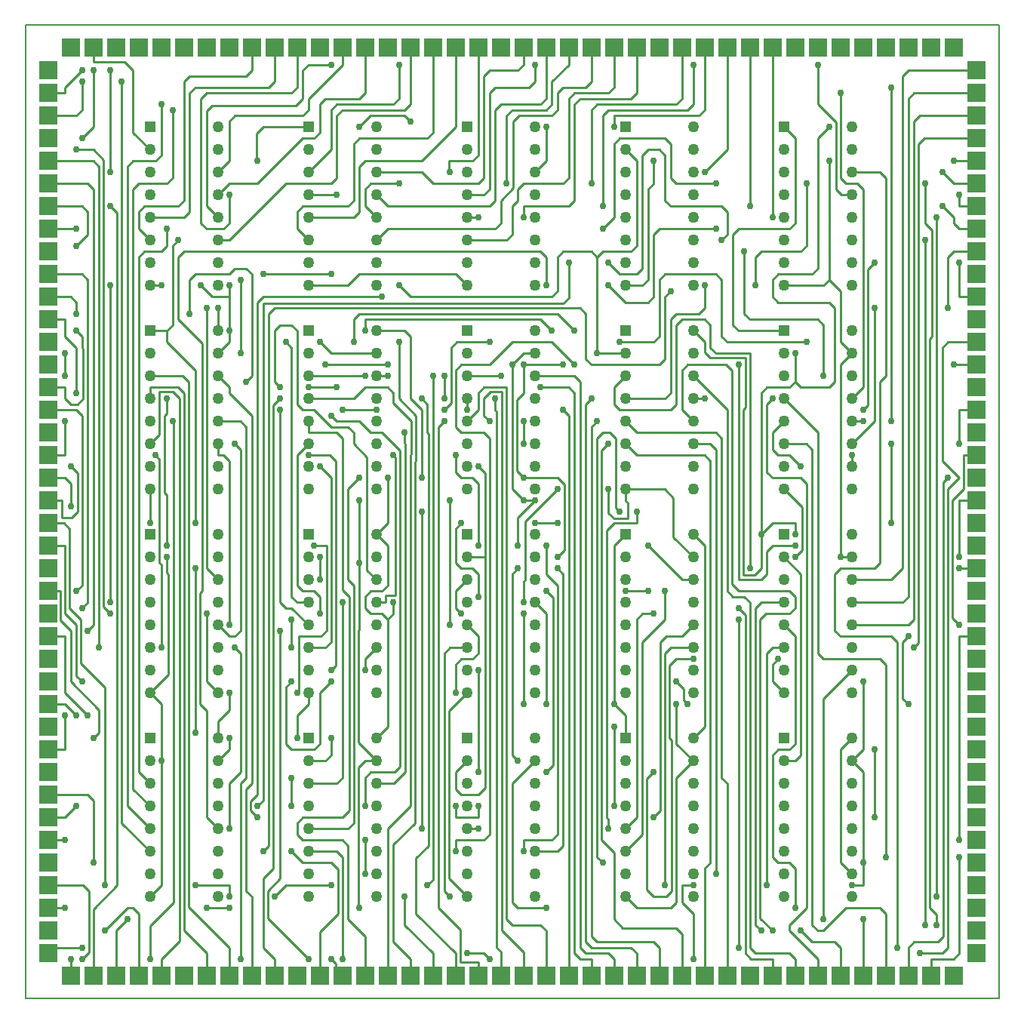
<source format=gbr>
G04 PROTEUS GERBER X2 FILE*
%TF.GenerationSoftware,Labcenter,Proteus,8.13-SP0-Build31525*%
%TF.CreationDate,2022-07-18T17:11:33+00:00*%
%TF.FileFunction,Copper,L2,Bot*%
%TF.FilePolarity,Positive*%
%TF.Part,Single*%
%TF.SameCoordinates,{576ea621-ad59-411c-95cb-525281b3a317}*%
%FSLAX45Y45*%
%MOMM*%
G01*
%TA.AperFunction,Conductor*%
%ADD10C,0.254000*%
%TA.AperFunction,ViaPad*%
%ADD11C,0.762000*%
%TA.AperFunction,ComponentPad*%
%ADD12R,2.032000X2.032000*%
%TA.AperFunction,ComponentPad*%
%ADD13R,1.270000X1.270000*%
%ADD14C,1.270000*%
%TA.AperFunction,Profile*%
%ADD15C,0.203200*%
%TD.AperFunction*%
D10*
X-4064000Y+2794000D02*
X-4191000Y+2921000D01*
X-4191000Y+3111500D01*
X-4127500Y+3175000D01*
X-3746500Y+3175000D01*
X-3683000Y+3238500D01*
X-3683000Y+4572000D01*
X-3619500Y+4635500D01*
X-2984500Y+4635500D01*
X-2921000Y+4699000D01*
X-2921000Y+4953000D01*
X-698500Y+3556000D02*
X-698500Y+3585868D01*
X-706732Y+3594100D01*
X-706732Y+3683000D01*
X-444500Y+3683000D01*
X-381000Y+3746500D01*
X-381000Y+4953000D01*
X-1968500Y+3302000D02*
X-2286000Y+3302000D01*
X-1270000Y+4762500D02*
X-1270000Y+4381500D01*
X-1333500Y+4318000D01*
X-1968500Y+4318000D01*
X-2032000Y+4254500D01*
X-2032000Y+3810000D01*
X-2286000Y+3556000D01*
X-2667000Y+4953000D02*
X-2667000Y+4572000D01*
X-2730500Y+4508500D01*
X-3556000Y+4508500D01*
X-3619500Y+4445000D01*
X-3619500Y+3111500D01*
X-3683000Y+3048000D01*
X-4064000Y+3048000D01*
X-3175000Y+3302000D02*
X-3175000Y+2984500D01*
X-3238500Y+2921000D01*
X-3429000Y+2921000D01*
X-3492500Y+2984500D01*
X-3492500Y+4381500D01*
X-3429000Y+4445000D01*
X-2476500Y+4445000D01*
X-2413000Y+4508500D01*
X-2413000Y+4953000D01*
X-4508500Y+3556000D02*
X-4508500Y+4699000D01*
X-3302000Y+3556001D02*
X-3302000Y+3556000D01*
X-3175000Y+3683001D01*
X-3175000Y+4127500D01*
X-3111500Y+4191000D01*
X-2349500Y+4191000D01*
X-2286000Y+4254500D01*
X-2286000Y+4381500D01*
X-1905000Y+4762500D01*
X-1905000Y+4953000D01*
X-3302000Y+3302000D02*
X-3175000Y+3429000D01*
X-2857500Y+3429000D01*
X-2349500Y+3937000D01*
X-2222500Y+3937000D01*
X-2159000Y+4000500D01*
X-2159000Y+4318000D01*
X-2095500Y+4381500D01*
X-1714500Y+4381500D01*
X-1651000Y+4445000D01*
X-1651000Y+4953000D01*
X-2032000Y+4762500D02*
X-2286000Y+4762500D01*
X-2349500Y+4699000D01*
X-2349500Y+4381500D01*
X-2424619Y+4306381D01*
X-3365500Y+4306381D01*
X-3429000Y+4242881D01*
X-3429000Y+3175000D01*
X-3302000Y+3048000D01*
X-3302000Y+2794000D02*
X-3175000Y+2794000D01*
X-2540000Y+3429000D01*
X-2032000Y+3429000D01*
X-1968500Y+3492500D01*
X-1968500Y+4191000D01*
X-1905000Y+4254500D01*
X-1206500Y+4254500D01*
X-1143000Y+4318000D01*
X-1143000Y+4953000D01*
X-889000Y+4953000D02*
X-889000Y+4000500D01*
X-952500Y+3937000D01*
X-1714500Y+3937000D01*
X-1778000Y+3873500D01*
X-1778000Y+3238500D01*
X-1841500Y+3175000D01*
X-2349500Y+3175000D01*
X-2413000Y+3111500D01*
X-2413000Y+2921000D01*
X-2286000Y+2794000D01*
X-635000Y+4953000D02*
X-635000Y+4064000D01*
X-1016000Y+3683000D01*
X-1651000Y+3683000D01*
X-1714500Y+3619500D01*
X-1714500Y+3111500D01*
X-1778000Y+3048000D01*
X-2286000Y+3048000D01*
X+5207000Y+4191000D02*
X+4572000Y+4191000D01*
X+4508500Y+4127500D01*
X+4508500Y-1460500D01*
X+4445000Y-1524000D01*
X+3810000Y-1524000D01*
X+4508500Y-1778000D02*
X+4559300Y-1727200D01*
X+4559300Y+3873500D01*
X+4622800Y+3937000D01*
X+5207000Y+3937000D01*
X+5207000Y+4445000D02*
X+4508500Y+4445000D01*
X+4445000Y+4381500D01*
X+4445000Y-1206500D01*
X+4381500Y-1270000D01*
X+3810000Y-1270000D01*
X+3175000Y-4699000D02*
X+3175000Y-4254500D01*
X+3111500Y-4191000D01*
X+2984500Y-4191000D01*
X+2921000Y-4127500D01*
X+2921000Y-2984500D01*
X+2984500Y-2921000D01*
X+3111500Y-2921000D01*
X+3175000Y-2857500D01*
X+3175000Y-1651000D01*
X+3048000Y-1524000D01*
X-3429000Y-4699000D02*
X-3175000Y-4699000D01*
X-5016500Y-4699000D02*
X-5016501Y-4699001D01*
X-5206999Y-4699001D01*
X-5207000Y-4699000D01*
X+2794000Y-4953000D02*
X+2730500Y-4889500D01*
X+2730500Y-1333500D01*
X+2794000Y-1270000D01*
X+3048000Y-1270000D01*
X+2540000Y-5143500D02*
X+2540000Y-1460500D01*
X-4826000Y-5143500D02*
X-5143500Y-5143500D01*
X-5207000Y-5207000D01*
X+5207000Y+4699000D02*
X+4445000Y+4699000D01*
X+4381500Y+4635500D01*
X+4381500Y-889000D01*
X+4254501Y-1015999D01*
X+3810000Y-1016000D01*
X+3810000Y-1015999D01*
X-1524000Y+3556001D02*
X-1524000Y+3556000D01*
X-1016000Y+3556001D01*
X-888999Y+3429000D01*
X-381000Y+3429000D01*
X-317500Y+3492500D01*
X-317500Y+4635500D01*
X-254000Y+4699000D01*
X+63500Y+4699000D01*
X+127000Y+4762500D01*
X+127000Y+4953000D01*
X+2667000Y+3175000D02*
X+2667000Y+4953000D01*
X+2921000Y+3048000D02*
X+2921000Y+4953000D01*
X+381000Y+4953000D02*
X+381000Y+4381500D01*
X+317500Y+4318000D01*
X-127000Y+4318000D01*
X-190500Y+4254500D01*
X-190500Y+3238500D01*
X-254000Y+3175000D01*
X-1397000Y+3175000D01*
X-1524000Y+3302000D01*
X-63500Y+3429000D02*
X-63500Y+4191000D01*
X+0Y+4254500D01*
X+381000Y+4254500D01*
X+444500Y+4318000D01*
X+444500Y+4572000D01*
X+635000Y+4762500D01*
X+635000Y+4953000D01*
X-1270000Y+3429000D02*
X-1587500Y+3429000D01*
X-1651000Y+3365500D01*
X-1651000Y+3175000D01*
X-1524000Y+3048000D01*
X-1524000Y+2794000D02*
X-1397000Y+2921000D01*
X-190500Y+2921000D01*
X-127000Y+2984500D01*
X-127000Y+3238500D01*
X+12700Y+3378200D01*
X+12700Y+4127500D01*
X+76200Y+4191000D01*
X+444500Y+4191000D01*
X+508000Y+4254500D01*
X+508000Y+4445000D01*
X+571500Y+4508500D01*
X+825500Y+4508500D01*
X+889000Y+4572000D01*
X+889000Y+4953000D01*
X+1143000Y+4953000D02*
X+1143000Y+4508500D01*
X+1079500Y+4445000D01*
X+698500Y+4445000D01*
X+635000Y+4381500D01*
X+635000Y+3492500D01*
X+571500Y+3429000D01*
X+127000Y+3429000D01*
X+63500Y+3365500D01*
X+63500Y+3238500D01*
X+0Y+3175000D01*
X+0Y+2857500D01*
X-63500Y+2794000D01*
X-508000Y+2794000D01*
X+127000Y+3048000D02*
X+127000Y+3175000D01*
X+635000Y+3175000D01*
X+698500Y+3238500D01*
X+698500Y+4318000D01*
X+762000Y+4381500D01*
X+1333500Y+4381500D01*
X+1397000Y+4445000D01*
X+1397000Y+4953000D01*
X-381000Y+3048000D02*
X-508000Y+3048000D01*
X+254000Y+4762500D02*
X+254000Y+4572000D01*
X+190500Y+4508500D01*
X-190500Y+4508500D01*
X-254000Y+4445000D01*
X-254000Y+3365500D01*
X-317500Y+3302000D01*
X-508000Y+3302000D01*
X+889000Y+3429000D02*
X+889000Y+4254500D01*
X+952500Y+4318000D01*
X+1841500Y+4318000D01*
X+1905000Y+4381500D01*
X+1905000Y+4953000D01*
X+1143000Y+4064000D02*
X+1143000Y+4191000D01*
X+2095500Y+4191000D01*
X+2159000Y+4254500D01*
X+2159000Y+4953000D01*
X+381000Y+4064000D02*
X+381000Y+3683001D01*
X+254000Y+3556000D01*
X+254000Y+3556001D01*
X+2159000Y+3556000D02*
X+2413000Y+3810000D01*
X+2413000Y+4953000D01*
X+4318000Y-5143500D02*
X+4318000Y-1714500D01*
X+4254500Y-1651000D01*
X+3683000Y-1651000D01*
X+3619500Y-1587500D01*
X+3619500Y-952500D01*
X+3683000Y-889000D01*
X+4064000Y-889000D01*
X+4127500Y-825500D01*
X+4127500Y+1206500D01*
X+4191000Y+1270000D01*
X+4191000Y+3492500D01*
X+4127499Y+3556001D01*
X+3810000Y+3556000D01*
X+3810000Y+3556001D01*
X-4953000Y-5270500D02*
X-4953000Y-5461000D01*
X-3048000Y-5270500D02*
X-3048000Y-3302000D01*
X-2984500Y-3238500D01*
X-2984500Y+698500D01*
X-3048000Y+762000D01*
X-3302000Y+762000D01*
X-2476500Y-4064000D02*
X-2349500Y-4191000D01*
X-2032000Y-4191000D01*
X-1955800Y-4267200D01*
X-1955800Y-4762500D01*
X-2159000Y-4965700D01*
X-2159000Y-5461000D01*
X-3111500Y-1778000D02*
X-3048000Y-1841500D01*
X-3048000Y-3175000D01*
X-3175000Y-3302000D01*
X-3175000Y-3810000D01*
X-2476500Y-1460500D02*
X-2476500Y-1778000D01*
X-3175000Y-1524000D02*
X-3175000Y+317500D01*
X-3238500Y+381000D01*
X-3302000Y+381000D01*
X-3302000Y+508000D01*
X-2159000Y-1397000D02*
X-2159000Y-1206500D01*
X-2222500Y-1143000D01*
X-2349500Y-1143000D01*
X-2413000Y-1079500D01*
X-2413000Y+381000D01*
X-2286000Y+508000D01*
X-2286000Y-5270500D02*
X-2743200Y-4813300D01*
X-2743200Y-4508500D01*
X-2603500Y-4368800D01*
X-2603500Y-1587500D01*
X-2032000Y-5270500D02*
X-1981200Y-5321300D01*
X-1981200Y-5384800D01*
X-1905000Y-5461000D01*
X-1651000Y-5461000D02*
X-1651000Y-5016500D01*
X-1841500Y-4826000D01*
X-1841500Y-4000500D01*
X-1905000Y-3937000D01*
X-2349500Y-3937000D01*
X-2413000Y-3873500D01*
X-2413000Y-3746500D01*
X-2349500Y-3683000D01*
X-1905000Y-3683000D01*
X-1828800Y-3606800D01*
X-1828800Y-1206500D01*
X-1905000Y-1130300D01*
X-1905000Y+571500D01*
X-1968500Y+635000D01*
X-2286000Y+635000D01*
X-2286000Y+762000D01*
X-1397000Y-5461000D02*
X-1397000Y-3810000D01*
X-1143000Y-3556000D01*
X-1143000Y+381000D01*
X-1130300Y+393700D01*
X-1130300Y+762000D01*
X-1333500Y+965200D01*
X-1333500Y+1079500D01*
X-1397000Y+1143000D01*
X-1651000Y+1143000D01*
X-1778000Y+1016000D01*
X-2286000Y+1016000D01*
X-1270000Y+1651000D02*
X-1270000Y+1016000D01*
X-1079500Y+825500D01*
X-1079500Y+317500D01*
X-1092200Y+304800D01*
X-1092200Y-3746500D01*
X-1333500Y-3987800D01*
X-1333500Y-5080000D01*
X-1143000Y-5270500D01*
X-1143000Y-5461000D01*
X-1651000Y+1270000D02*
X-2286000Y+1270000D01*
X-4508500Y+3175000D02*
X-4432300Y+3098800D01*
X-4432300Y-4445000D01*
X-4699000Y-4711700D01*
X-4699000Y-5461000D01*
X+2032000Y+4762500D02*
X+2032000Y+4318000D01*
X+1968500Y+4254500D01*
X+1079500Y+4254500D01*
X+1016000Y+4191000D01*
X+1016000Y+3175000D01*
X+3429000Y+4762500D02*
X+3429000Y+4318000D01*
X+3632200Y+4114800D01*
X+3632200Y+3365500D01*
X+3695700Y+3302000D01*
X+3810000Y+3302000D01*
X+4762500Y-4572000D02*
X+4762500Y+3048000D01*
X-4318000Y-4826000D02*
X-4445000Y-4953000D01*
X-4445000Y-5461000D01*
X+4635500Y-4889500D02*
X+4635500Y+2794000D01*
X-4572000Y-4953000D02*
X-4318000Y-4699000D01*
X-4254500Y-4699000D01*
X-4191000Y-4762500D01*
X-4191000Y-5461000D01*
X-3937000Y-5461000D02*
X-3937000Y-5270500D01*
X-3733800Y-5067300D01*
X-3733800Y+1016000D01*
X-3810000Y+1092200D01*
X-3956050Y+1092200D01*
X-3956050Y+615950D01*
X-4064000Y+508000D01*
X-3810000Y+762000D02*
X-3797300Y+749300D01*
X-3797300Y-4635500D01*
X-4064000Y-4902200D01*
X-4064000Y-5270500D01*
X-3429000Y-5461000D02*
X-3429000Y-5207000D01*
X-3683000Y-4953000D01*
X-3683000Y+1079500D01*
X-3746500Y+1143000D01*
X-4064000Y+1143000D01*
X-4064000Y+1016000D01*
X-3175000Y-5461000D02*
X-3175000Y-5143500D01*
X-3632200Y-4686300D01*
X-3632200Y+1206500D01*
X-3695700Y+1270000D01*
X-4064000Y+1270000D01*
X-2921000Y-5461000D02*
X-2921000Y-4572000D01*
X-2984500Y-4508500D01*
X-2984500Y-3365500D01*
X-2921000Y-3302000D01*
X-2921000Y+825500D01*
X-3175000Y+1079500D01*
X-3175000Y+1143001D01*
X-3302000Y+1270000D01*
X-3302000Y+1270001D01*
X-2603500Y+1016000D02*
X-2679700Y+939800D01*
X-2679700Y-4254500D01*
X-2794000Y-4368800D01*
X-2794000Y-5143500D01*
X-2667000Y-5270500D01*
X-2667000Y-5461000D01*
X-1206500Y-4572000D02*
X-1206500Y-4889500D01*
X-889000Y-5207000D01*
X-889000Y-5461000D01*
X-889000Y+1270000D02*
X-889000Y-4381500D01*
X-952500Y-4445000D01*
X-1397000Y+1270000D02*
X-1524000Y+1270000D01*
X-1523999Y+1270000D01*
X-1524000Y+1270001D01*
X-1016000Y+1016000D02*
X-952500Y+952500D01*
X-952500Y+635000D01*
X-939800Y+622300D01*
X-939800Y-4000500D01*
X-1079500Y-4140200D01*
X-1079500Y-4762500D01*
X-635000Y-5207000D01*
X-635000Y-5461000D01*
X-762000Y+762000D02*
X-825500Y+698500D01*
X-825500Y-4699000D01*
X-584200Y-4940300D01*
X-584200Y-5302250D01*
X-381000Y-5302250D01*
X-381000Y-5461000D01*
X-190500Y+1016000D02*
X-190500Y+889000D01*
X-171450Y+869950D01*
X-171450Y-5143894D01*
X-127000Y-5188344D01*
X-127000Y-5461000D01*
X+127000Y+762000D02*
X+127000Y+508000D01*
X-254000Y+762000D02*
X-317500Y+825500D01*
X-317500Y+1016000D01*
X-241300Y+1092200D01*
X-114300Y+1092200D01*
X-114300Y-4953000D01*
X+127000Y-5194300D01*
X+127000Y-5461000D01*
X+381000Y-5461000D02*
X+381000Y-4953000D01*
X+317500Y-4889500D01*
X+0Y-4889500D01*
X-63500Y-4826000D01*
X-63500Y+1143000D01*
X-317500Y+1143000D01*
X-381000Y+1079500D01*
X-381000Y+889000D01*
X-508000Y+762000D01*
X+571500Y+889000D02*
X+635000Y+825500D01*
X+635000Y-5461000D01*
X-508000Y+889000D02*
X-508000Y+1016000D01*
X+317500Y+1143000D02*
X+635000Y+1143000D01*
X+698500Y+1079500D01*
X+698500Y-5207000D01*
X+762000Y-5270500D01*
X+889000Y-5270500D01*
X+889000Y-5461000D01*
X-127000Y+1270000D02*
X-508000Y+1270000D01*
X+1143000Y-5461000D02*
X+1143000Y-5270500D01*
X+1079500Y-5207000D01*
X+825500Y-5207000D01*
X+762000Y-5143500D01*
X+762000Y+1206500D01*
X+698499Y+1270001D01*
X+254000Y+1270000D01*
X+254000Y+1270001D01*
X+2921000Y-4953000D02*
X+2781300Y-4813300D01*
X+2781300Y-1460500D01*
X+2844800Y-1397000D01*
X+3111500Y-1397000D01*
X+3175000Y-1333500D01*
X+3175000Y-1206500D01*
X+3111500Y-1143000D01*
X+2540000Y-1143000D01*
X+2463800Y-1066800D01*
X+2463800Y+1333500D01*
X+2400300Y+1397000D01*
X+1968500Y+1397000D01*
X+1905000Y+1333500D01*
X+1905000Y+889000D01*
X+2032000Y+762000D01*
X+3238500Y-4953000D02*
X+3365500Y-5080000D01*
X+3619500Y-5080000D01*
X+3683000Y-5143500D01*
X+3683000Y-5461000D01*
X+2286000Y-4318000D02*
X+2286000Y+444500D01*
X+2222500Y+508000D01*
X+2032000Y+508000D01*
X+3937000Y-4826000D02*
X+3937000Y-5461000D01*
X+3048000Y+508000D02*
X+3302000Y+508000D01*
X+3365500Y+444500D01*
X+3365500Y-4889500D01*
X+3429000Y-4953000D01*
X+3492500Y-4953000D01*
X+3746500Y-4699000D01*
X+4127500Y-4699000D01*
X+4191000Y-4762500D01*
X+4191000Y-5461000D01*
X+4889500Y+127000D02*
X+4838700Y+76200D01*
X+4838700Y-5016500D01*
X+4775200Y-5080000D01*
X+4508500Y-5080000D01*
X+4445000Y-5143500D01*
X+4445000Y-5461000D01*
X+3238500Y+254000D02*
X+3111500Y+381000D01*
X+2984500Y+381000D01*
X+2921000Y+444500D01*
X+2921000Y+635000D01*
X+3048000Y+762000D01*
X+5016500Y-4127500D02*
X+5016500Y-5207000D01*
X+4953000Y-5270500D01*
X+4699000Y-5270500D01*
X+4699000Y-5461000D01*
X+4191000Y-4127500D02*
X+4191000Y-1968500D01*
X+4127500Y-1905000D01*
X+3492500Y-1905000D01*
X+3429000Y-1841500D01*
X+3429000Y+635000D01*
X+3048000Y+1016000D01*
X+889000Y+1016000D02*
X+825500Y+952500D01*
X+825500Y-5080000D01*
X+889000Y-5143500D01*
X+1333500Y-5143500D01*
X+1397000Y-5207000D01*
X+1397000Y-5461000D01*
X+952500Y+762000D02*
X+889000Y+698500D01*
X+889000Y-5016500D01*
X+952500Y-5080000D01*
X+1587500Y-5080000D01*
X+1651000Y-5143500D01*
X+1651000Y-5461000D01*
X+1079500Y+508000D02*
X+1003300Y+431800D01*
X+1003300Y-3937000D01*
X+1143000Y-4076700D01*
X+1143000Y-4826000D01*
X+1241058Y-4924058D01*
X+1841500Y-4924058D01*
X+1905000Y-4987558D01*
X+1905000Y-5461000D01*
X+2159000Y-5461000D02*
X+2159000Y-4254500D01*
X+2222500Y-4191000D01*
X+2222500Y+317500D01*
X+2159000Y+381000D01*
X+1397000Y+381000D01*
X+1270000Y+508000D01*
X+1270000Y+762000D02*
X+1397000Y+635000D01*
X+2286000Y+635000D01*
X+2349500Y+571500D01*
X+2349500Y-3238500D01*
X+2413000Y-3302000D01*
X+2413000Y-5461000D01*
X+4635500Y+3429000D02*
X+4635500Y+2984500D01*
X+4711700Y+2908300D01*
X+4711700Y+1714500D01*
X+4686300Y+1689100D01*
X+4686300Y-4699000D01*
X+4762500Y-4775200D01*
X+4762500Y-4889500D01*
X+2730500Y+2286000D02*
X+2730500Y+2603500D01*
X+2794000Y+2667000D01*
X+3238500Y+2667000D01*
X+3302000Y+2730500D01*
X+3302000Y+3429000D01*
X+2159000Y+2286000D02*
X+2159000Y+2032000D01*
X+2095500Y+1968500D01*
X+1841500Y+1968500D01*
X+1778000Y+1905000D01*
X+1778000Y+1079500D01*
X+1714500Y+1016000D01*
X+1270000Y+1016000D01*
X+2667000Y-889000D02*
X+2667000Y+1524000D01*
X+2286000Y+1524000D01*
X+2222500Y+1587500D01*
X+2222500Y+1841500D01*
X+2159000Y+1905000D01*
X+1905000Y+1905000D01*
X+1841500Y+1841500D01*
X+1841500Y+952500D01*
X+1778000Y+889000D01*
X+1206500Y+889000D01*
X+1143000Y+952500D01*
X+1143000Y+1143000D01*
X+1270000Y+1270000D01*
X+2540000Y-1333500D02*
X+2616200Y-1409700D01*
X+2616200Y-5207000D01*
X+2679700Y-5270500D01*
X+2921000Y-5270500D01*
X+2921000Y-5461000D01*
X+2032000Y+1270001D02*
X+2032000Y+1270000D01*
X+2413000Y+889001D01*
X+2413000Y-1143000D01*
X+2476500Y-1206500D01*
X+2603500Y-1206500D01*
X+2667000Y-1270000D01*
X+2667000Y-5143500D01*
X+2730500Y-5207000D01*
X+3111500Y-5207000D01*
X+3175000Y-5270500D01*
X+3175000Y-5461000D01*
X+2921000Y+1016000D02*
X+2857500Y+952500D01*
X+2857500Y+190500D01*
X+2921000Y+127000D01*
X+3238500Y+127000D01*
X+3302000Y+63500D01*
X+3302000Y-4699000D01*
X+3111500Y-4889500D01*
X+3111500Y-4953000D01*
X+3429000Y-5270500D01*
X+3429000Y-5461000D01*
X+2159000Y+1016000D02*
X+2032000Y+1016000D01*
X+1524000Y-635000D02*
X+1904999Y-1015999D01*
X+2032000Y-1016000D01*
X+2032000Y-1015999D01*
X+127000Y-4064000D02*
X+127000Y-3937000D01*
X+444500Y-3937000D01*
X+508000Y-3873500D01*
X+508000Y-1079500D01*
X+381000Y-952500D01*
X+381000Y-635000D01*
X-1651000Y-4318000D02*
X-1651000Y-3937000D01*
X-4699000Y-4191000D02*
X-4699000Y-3492500D01*
X-4762500Y-3429000D01*
X-5207000Y-3429000D01*
X+63500Y-889000D02*
X+0Y-952500D01*
X+0Y-2984500D01*
X+63500Y-3048000D01*
X-4826000Y-5270500D02*
X-4749800Y-5194300D01*
X-4749800Y-4508500D01*
X-4813300Y-4445000D01*
X-5207000Y-4445000D01*
X-254000Y-5270500D02*
X-317500Y-5207000D01*
X-508000Y-5207000D01*
X+2032000Y-4445000D02*
X+1905000Y-4445000D01*
X+1905000Y-4635500D01*
X+2032000Y-4762500D01*
X+2032000Y-5270500D01*
X+2857500Y-4445000D02*
X+2857500Y-1841500D01*
X+2921000Y-1778000D01*
X+3048000Y-1778000D01*
X+1714500Y-4445000D02*
X+1714500Y-1841500D01*
X+1778000Y-1778000D01*
X+2032000Y-1778000D01*
X+1587500Y-3683000D02*
X+1663700Y-3606800D01*
X+1663700Y-1714500D01*
X+1727200Y-1651000D01*
X+1905000Y-1651000D01*
X+2032000Y-1524000D01*
X-5016500Y-3937000D02*
X-5016501Y-3937001D01*
X-5206999Y-3937001D01*
X-5207000Y-3937000D01*
X-381000Y-3175000D02*
X-381000Y-2032000D01*
X-4889500Y-3556000D02*
X-5016500Y-3683000D01*
X-5207000Y-3683000D01*
X+127000Y-2413000D02*
X+127000Y-1397000D01*
X-5016500Y-2540000D02*
X-5016500Y-2921000D01*
X-5207000Y-2921000D01*
X-3492500Y+2286000D02*
X-3365500Y+2159000D01*
X-3175000Y+2159000D01*
X-3175000Y+1778000D02*
X-3175000Y+2159000D01*
X+1270000Y-4572000D02*
X+1397000Y-4699000D01*
X+1778000Y-4699000D01*
X+1841500Y-4635500D01*
X+1841500Y-3238499D01*
X+2032000Y-3048000D01*
X+1270000Y+0D02*
X+1714500Y+0D01*
X+1807844Y-93344D01*
X+1807844Y-537843D01*
X+2032000Y-762000D01*
X+2032000Y-761999D01*
X+1270000Y+2286000D02*
X+1460500Y+2286000D01*
X+1524000Y+2349500D01*
X+1524000Y+3365500D01*
X+1587500Y+3429000D01*
X+1587500Y+3683000D01*
X-1524000Y-3048000D02*
X-1727200Y-2844799D01*
X-1727200Y-1587500D01*
X-1714500Y-1574800D01*
X-1714500Y-952500D01*
X+381000Y-4699000D02*
X+63500Y-4699000D01*
X+0Y-4635500D01*
X+0Y-3301999D01*
X+254000Y-3048000D01*
X+254000Y-3047999D01*
X+3683000Y-762000D02*
X+3683001Y-761999D01*
X+3810000Y-762000D01*
X+3810000Y-761999D01*
X+0Y+1397000D02*
X+0Y+0D01*
X+127000Y-127000D01*
X-4064000Y-4572000D02*
X-3937000Y-4445000D01*
X-3937000Y-3048000D01*
X-4064000Y-2286000D02*
X-3855244Y-2077244D01*
X-3855244Y-952500D01*
X-3873500Y-934244D01*
X-3873500Y-762000D01*
X+3810000Y+1524000D02*
X+3683000Y+1651001D01*
X+3683000Y+2222500D01*
X+3556000Y+2349500D01*
X-1524000Y+1524001D02*
X-1524000Y+1524000D01*
X-2032001Y+1524001D01*
X-2159000Y+1651000D01*
X-3175000Y+1778000D02*
X-3175000Y+1651001D01*
X-3302000Y+1524000D01*
X-3302000Y+1524001D01*
X-1714500Y-127000D02*
X-1714500Y-825500D01*
X+0Y+1397000D02*
X+127001Y+1524001D01*
X+254000Y+1524000D01*
X+254000Y+1524001D01*
X+3810000Y-3048000D02*
X+3937000Y-2920999D01*
X+3937000Y-2159000D01*
X+2984500Y-1905000D02*
X+2921000Y-1968500D01*
X+2921000Y-2159000D01*
X+3048000Y-2286000D01*
X-508000Y-4572000D02*
X-711200Y-4368800D01*
X-711200Y-2489200D01*
X-508000Y-2286000D01*
X-2286000Y+2286000D02*
X-1841500Y+2286000D01*
X-1714500Y+2413000D01*
X-635000Y+2413000D01*
X-508000Y+2286000D01*
X-1524000Y-3047999D02*
X-1524000Y-3048000D01*
X-1651000Y-3047999D01*
X-1727200Y-3124199D01*
X-1727200Y-4686300D01*
X-1714500Y-4699000D01*
X+3556000Y+3683000D02*
X+3556000Y+2349500D01*
X+3175000Y-762000D02*
X+3251200Y-685800D01*
X+3251200Y-203200D01*
X+3048000Y+0D01*
X+3683000Y-698500D02*
X+3683000Y-762000D01*
X+3810000Y+1524001D02*
X+3810000Y+1524000D01*
X+3683000Y+1397001D01*
X+3683000Y-698500D01*
X+3810000Y-3047999D02*
X+3810000Y-3048000D01*
X+3937000Y-3174999D01*
X+3937000Y-4064000D01*
X-2413000Y-2794000D02*
X-2413000Y-2540000D01*
X-2286000Y-2413000D01*
X-2286000Y-2286000D01*
X-3302000Y-3047999D02*
X-3302000Y-3048000D01*
X-3175000Y-2920999D01*
X-3175000Y-2794000D01*
X-4064000Y-2286000D02*
X-3937000Y-2413000D01*
X-3937000Y-3048000D01*
X-3175000Y+2286000D02*
X-3175000Y+2159000D01*
X-3937000Y+2286000D02*
X-4064000Y+2286000D01*
X+3556000Y+2349500D02*
X+3492500Y+2286000D01*
X+3048000Y+2286000D01*
X+1270000Y+0D02*
X+1270000Y-127000D01*
X+1301750Y-158750D01*
X+1301750Y-330200D01*
X+1143000Y-330200D01*
X+1079500Y-266700D01*
X+1079500Y+0D01*
X-1714500Y-952500D02*
X-1714500Y-825500D01*
X+127000Y-127000D02*
X+254000Y-127000D01*
X+2032000Y-3047999D02*
X+2032000Y-3048000D01*
X+1841500Y-2857499D01*
X+1841500Y-2413000D01*
X-4064000Y-381000D02*
X-4064000Y+0D01*
X+3937000Y-4191000D02*
X+3937000Y-4064000D01*
X+254000Y-127000D02*
X+63500Y-317500D01*
X+63500Y-635000D01*
X+3810000Y-4445000D02*
X+3937000Y-4445000D01*
X+3937000Y-4191000D01*
X-4889500Y-2540000D02*
X-5016500Y-2413000D01*
X-5207000Y-2413000D01*
X+1968500Y-2413000D02*
X+1924050Y-2368550D01*
X+1924050Y-2241550D01*
X+1841500Y-2159000D01*
X-508000Y-3048000D02*
X-635000Y-3175000D01*
X-635000Y-3365500D01*
X-571500Y-3429000D01*
X-381000Y-3429000D01*
X-304800Y-3352800D01*
X-304800Y-762000D01*
X-381000Y+254000D02*
X-304800Y+177800D01*
X-304800Y-762000D01*
X-4064000Y+3810000D02*
X-4254500Y+4000500D01*
X-4254500Y+4699000D01*
X-4349750Y+4794250D01*
X-4699000Y+4794250D01*
X-4699000Y+4953000D01*
X-304800Y-762000D02*
X-508000Y-762000D01*
X+1270000Y+3810000D02*
X+1397000Y+3683000D01*
X+1397000Y+2730500D01*
X+1333500Y+2667000D01*
X+1016000Y+2667000D01*
X+952500Y+2603500D01*
X+3048000Y-762000D02*
X+3238500Y-952500D01*
X+3238500Y-2984500D01*
X+3175000Y-3048000D01*
X+3048000Y-3048000D01*
X+127000Y+1397000D02*
X+127000Y+1079500D01*
X+50800Y+1003300D01*
X+50800Y+203200D01*
X+127000Y+127000D01*
X+127000Y+1397000D02*
X+571500Y+1397000D01*
X+1270000Y+1524000D02*
X+952500Y+1524000D01*
X-3873500Y-635000D02*
X-3873500Y-63500D01*
X-3895725Y-41275D01*
X-3895725Y+825500D01*
X-3873500Y+847725D01*
X-3873500Y+1016000D01*
X+952500Y+2603500D02*
X+952500Y+1524000D01*
X+952500Y+2603500D02*
X+889000Y+2667000D01*
X+571500Y+2667000D01*
X+508000Y+2603500D01*
X+508000Y+2222500D01*
X+444500Y+2159000D01*
X-1143000Y+2159000D01*
X-1270000Y+2286000D01*
X-2794000Y+2413000D02*
X-2032000Y+2413000D01*
X-3048000Y+1524000D02*
X-3048000Y+2349500D01*
X+127000Y+127000D02*
X+508000Y+127000D01*
X+584200Y+50800D01*
X+584200Y-685800D01*
X+508000Y-762000D01*
X-2286000Y-3048000D02*
X-2095500Y-3048000D01*
X-2032000Y-2984500D01*
X-2032000Y-2794000D01*
X-4826000Y+3937000D02*
X-4699000Y+4064000D01*
X-4699000Y+4699000D01*
X+1270000Y-2794000D02*
X+1270000Y-2540000D01*
X+1143000Y-2413000D01*
X-3556000Y-381000D02*
X-3556000Y+1333500D01*
X-3873500Y+1651000D01*
X-3873500Y+1778000D01*
X+1270000Y-508000D02*
X+1143000Y-635000D01*
X+1143000Y-2286000D01*
X+3048000Y+1778000D02*
X+2540000Y+1778000D01*
X+2476500Y+1841500D01*
X+2476500Y+2857500D01*
X+2540000Y+2921000D01*
X+3111500Y+2921000D01*
X+3175000Y+2984500D01*
X+3175000Y+3937000D01*
X+3048000Y+4064000D01*
X-1714500Y+4064000D02*
X-1587500Y+4191000D01*
X-1206500Y+4191000D01*
X-1143000Y+4127500D01*
X+1143000Y-2286000D02*
X+1143000Y-2413000D01*
X-4064000Y+1778000D02*
X-3873500Y+1778000D01*
X-3810000Y+1841500D01*
X-3810000Y+2730500D01*
X-3746500Y+2794000D01*
X-2286000Y+4064000D02*
X-2794000Y+4064000D01*
X-2863145Y+3994855D01*
X-2863145Y+3688645D01*
X-2857500Y+3683000D01*
X-3429000Y-1397000D02*
X-3429000Y-2159000D01*
X-3302000Y-2286000D01*
X-2159000Y-762000D02*
X-2159000Y-1016000D01*
X-635000Y+381000D02*
X-635000Y+190500D01*
X-571500Y+127000D01*
X-444500Y+127000D01*
X-381000Y+63500D01*
X-381000Y-635000D01*
X+3810000Y+381000D02*
X+3810000Y+254000D01*
X+3492500Y-4826000D02*
X+3492500Y-2349500D01*
X+3810000Y-2032000D01*
X+3937000Y+889000D02*
X+3987800Y+939800D01*
X+3987800Y+2463800D01*
X+4064000Y+2540000D01*
X-762000Y+889000D02*
X-685800Y+965200D01*
X-685800Y+1587500D01*
X-622300Y+1651000D01*
X-254000Y+1651000D01*
X-1905000Y+889000D02*
X-1524000Y+889000D01*
X-1968500Y+1143000D02*
X-2286000Y+1143000D01*
X-4889500Y-1143000D02*
X-4826000Y-1079500D01*
X-4826000Y+825500D01*
X-4889500Y+889000D01*
X-5207000Y+889000D01*
X-2603500Y+1143000D02*
X-2667000Y+1206500D01*
X-2667000Y+1778000D01*
X-2603500Y+1841500D01*
X-2476500Y+1841500D01*
X-2413000Y+1778000D01*
X-2413000Y+952500D01*
X-2349500Y+889000D01*
X-2222500Y+889000D01*
X-2032000Y+698500D01*
X-1841500Y+698500D01*
X-1778000Y+635000D01*
X-1778000Y+508000D01*
X-1631950Y+361950D01*
X-1631950Y-908049D01*
X-1524000Y-1016000D01*
X-1524000Y-1015999D01*
X-1333500Y+381000D02*
X-1312333Y+359833D01*
X-1312333Y-1193800D01*
X-1416050Y-1193800D01*
X-1416050Y-1270000D01*
X-1524000Y-1270000D01*
X-762000Y+1270000D02*
X-762000Y+1016000D01*
X-2095500Y+1397000D02*
X-1397000Y+1397000D01*
X-5016500Y+1270000D02*
X-5016500Y+1524000D01*
X-5016500Y+762000D02*
X-5016500Y+381000D01*
X-5207000Y+381000D01*
X-1206500Y+635000D02*
X-1206500Y+516467D01*
X-1198033Y+508000D01*
X-1198033Y-3175000D01*
X-1325032Y-3301999D01*
X-1524000Y-3302000D01*
X-1524000Y-3301999D01*
X-1905000Y-1270000D02*
X-1905000Y-3238500D01*
X-1968500Y-3302000D01*
X-2286000Y-3302000D01*
X+508000Y-381000D02*
X+254000Y-381000D01*
X+4254500Y+508000D02*
X+4254500Y-381000D01*
X+5016500Y+508000D02*
X+5016500Y+889000D01*
X+5207000Y+889000D01*
X-2032000Y+825500D02*
X-1968500Y+762000D01*
X-1714500Y+762000D01*
X-1587500Y+635000D01*
X-1460500Y+635000D01*
X-1257300Y+431800D01*
X-1257300Y-3111500D01*
X-1320800Y-3175000D01*
X-1587500Y-3175000D01*
X-1651000Y-3238500D01*
X-1651000Y-3556000D01*
X+444500Y+1778000D02*
X+317500Y+1905000D01*
X-1651000Y+1905000D01*
X-1651000Y+1778000D01*
X-698500Y-127000D02*
X-698500Y-1524000D01*
X-4953000Y-190500D02*
X-4953000Y+63500D01*
X-5016500Y+127000D01*
X-5207000Y+127000D01*
X-4953000Y+254000D02*
X-4876800Y+177800D01*
X-4876800Y-254000D01*
X-4940300Y-317500D01*
X-5048250Y-317500D01*
X-5048250Y-127000D01*
X-5207000Y-127000D01*
X-2032000Y-2032000D02*
X-1981200Y-1981200D01*
X-1981200Y+317500D01*
X-2044700Y+381000D01*
X-2286000Y+381000D01*
X-1651000Y-2032000D02*
X-1651000Y-1905000D01*
X-1524000Y-1778000D01*
X-4572000Y-4445000D02*
X-4572000Y-2222500D01*
X-4838700Y-1955800D01*
X-4838700Y-1460500D01*
X-4965700Y-1333500D01*
X-4965700Y-444500D01*
X-5029200Y-381000D01*
X-5207000Y-381000D01*
X-3175000Y-4572000D02*
X-3175000Y-4445000D01*
X-3556000Y-4445000D01*
X-2032000Y-4445000D02*
X-2540000Y-4445000D01*
X-2667000Y-4572000D01*
X-698500Y-4572000D02*
X-762000Y-4508500D01*
X-762000Y-1841500D01*
X-698500Y-1778000D01*
X-508000Y-1778000D01*
X-4826000Y-2159000D02*
X-4889500Y-2095500D01*
X-4889500Y-1524000D01*
X-5016500Y-1397000D01*
X-5016500Y-635000D01*
X-5207000Y-635000D01*
X-2032000Y-2159000D02*
X-2159000Y-2286000D01*
X-2159000Y-2857500D01*
X-2222500Y-2921000D01*
X-2476500Y-2921000D01*
X-2540000Y-2857500D01*
X-2540000Y-2222500D01*
X-2476500Y-2159000D01*
X-635000Y-2286000D02*
X-635000Y-1968500D01*
X-571500Y-1905000D01*
X-444500Y-1905000D01*
X-381000Y-1841500D01*
X-381000Y-1651000D01*
X-508000Y-1524000D01*
X+508000Y+0D02*
X+146050Y-361950D01*
X+146050Y-1016000D01*
X+127000Y-1035050D01*
X+127000Y-1270000D01*
X-4699000Y-2794000D02*
X-4635500Y-2730500D01*
X-4635500Y-2476500D01*
X-4953000Y-2159000D01*
X-4953000Y-1587500D01*
X-5067300Y-1473200D01*
X-5067300Y-1143000D01*
X-5207000Y-1143000D01*
X-3556000Y-889000D02*
X-3556000Y-2730500D01*
X-571500Y-1397000D02*
X-635000Y-1333500D01*
X-635000Y-1143000D01*
X-508000Y-1016000D01*
X-571500Y-381000D02*
X-635000Y-444500D01*
X-635000Y-825500D01*
X-571500Y-889000D01*
X-444500Y-889000D01*
X-381000Y-952500D01*
X-381000Y-1206500D01*
X+381000Y-2413000D02*
X+381000Y-1397000D01*
X+254000Y-1270000D01*
X-4762500Y-2540000D02*
X-5016500Y-2286000D01*
X-5016500Y-1651000D01*
X-5207000Y-1651000D01*
X-1714500Y+127000D02*
X-1841500Y+0D01*
X-1841500Y-1016000D01*
X-1778000Y-1079500D01*
X-1778000Y-3746500D01*
X-1841500Y-3810000D01*
X-2286000Y-3810000D01*
X+698500Y+1778000D02*
X+508000Y+1968500D01*
X-1714500Y+1968500D01*
X-1778000Y+1905000D01*
X-1778000Y+1651000D01*
X+3302000Y+1651000D02*
X+2413000Y+1651000D01*
X+2349500Y+1714500D01*
X+2349500Y+2349500D01*
X+2286000Y+2413000D01*
X+1714500Y+2413000D01*
X+1651000Y+2349500D01*
X+1651000Y+1714500D01*
X+1587500Y+1651000D01*
X+1206500Y+1651000D01*
X+4953000Y+1397000D02*
X+5207000Y+1397000D01*
X+4572000Y-5207000D02*
X+4826000Y-5207000D01*
X+4889500Y-5143500D01*
X+4889500Y+0D01*
X+5016500Y+127000D01*
X+4826000Y+317500D01*
X+4826000Y+1587500D01*
X+4889500Y+1651000D01*
X+5207000Y+1651000D01*
X-1905000Y-5270500D02*
X-1905000Y-4127500D01*
X-1968500Y-4064000D01*
X-2286000Y-4064000D01*
X+1778000Y+2222500D02*
X+1714500Y+2159000D01*
X+1714500Y+1460500D01*
X+1651000Y+1397000D01*
X+889000Y+1397000D01*
X+825500Y+1460500D01*
X+825500Y+1968500D01*
X+762000Y+2032000D01*
X-2667000Y+2032000D01*
X-2730500Y+1968500D01*
X-2730500Y-4000500D01*
X-2794000Y-4064000D01*
X+5016500Y+2540000D02*
X+5016500Y+2159000D01*
X+5207000Y+2159000D01*
X+1079500Y+2286000D02*
X+1270000Y+2095500D01*
X+1524000Y+2095500D01*
X+1587500Y+2159000D01*
X+1587500Y+2857500D01*
X+1651000Y+2921000D01*
X+2286000Y+2921000D01*
X+381000Y+2286000D02*
X+381000Y+2603500D01*
X+317500Y+2667000D01*
X-3683000Y+2667000D01*
X-3746500Y+2603500D01*
X-3746500Y+1905000D01*
X-3479800Y+1638300D01*
X-3479800Y-1143000D01*
X-3505200Y-1168400D01*
X-3505200Y-2413000D01*
X-3429000Y-2489200D01*
X-3429000Y-3683000D01*
X-3302000Y-3810000D01*
X-4826000Y-1333500D02*
X-4762500Y-1270000D01*
X-4762500Y+2349500D01*
X-4826000Y+2413000D01*
X-5207000Y+2413000D01*
X-4889500Y+1968500D02*
X-4889500Y+2095500D01*
X-4953000Y+2159000D01*
X-5207000Y+2159000D01*
X-2984500Y+1206500D02*
X-2921000Y+1270000D01*
X-2921000Y+2413000D01*
X-2984500Y+2476500D01*
X-3111500Y+2476500D01*
X-3175000Y+2413000D01*
X-3556000Y+2413000D01*
X-3619500Y+2349500D01*
X-3619500Y+1968500D01*
X-3111500Y+508000D02*
X-3048000Y+444500D01*
X-3048000Y-1587500D01*
X-3111500Y-1651000D01*
X-3175000Y-1651000D01*
X-3302000Y-1524000D01*
X-4000500Y+381000D02*
X-3956050Y+336550D01*
X-3956050Y-825500D01*
X-3937000Y-844550D01*
X-3937000Y-1778000D01*
X-4889500Y+1079500D02*
X-4889500Y+1587500D01*
X-5016500Y+1714500D01*
X-5016500Y+1905000D01*
X-5207000Y+1905000D01*
X-2159000Y+254000D02*
X-2032000Y+127000D01*
X-2032000Y-1714500D01*
X-2095500Y-1778000D01*
X-2286000Y-1778000D01*
X-2603500Y+889000D02*
X-2603500Y-1270000D01*
X-2540000Y-1333500D01*
X-2476500Y-1333500D01*
X-2286000Y-1524000D01*
X-2540000Y+1651000D02*
X-2476500Y+1587500D01*
X-2476500Y-1206500D01*
X-2413000Y-1270000D01*
X-2286000Y-1270000D01*
X-4889500Y+1778000D02*
X-4826000Y+1714500D01*
X-4826000Y+1587500D01*
X-4813300Y+1574800D01*
X-4813300Y+1016000D01*
X-4876800Y+952500D01*
X-4953000Y+952500D01*
X-5016500Y+1016000D01*
X-5016500Y+1143000D01*
X-5207000Y+1143000D01*
X-4381500Y+4572000D02*
X-4381500Y-3746500D01*
X-4064000Y-4064000D01*
X+4953000Y+3683000D02*
X+5207000Y+3683000D01*
X-3937000Y+4318000D02*
X-3937000Y+3746500D01*
X-4000500Y+3683000D01*
X-4254500Y+3683000D01*
X-4318000Y+3619500D01*
X-4318000Y-3556000D01*
X-4064000Y-3810000D01*
X+4826000Y+3556000D02*
X+4953000Y+3429000D01*
X+5207000Y+3429000D01*
X-3810000Y+4254500D02*
X-3810000Y+3492500D01*
X-3873500Y+3429000D01*
X-4191000Y+3429000D01*
X-4254500Y+3365500D01*
X-4254500Y-3365500D01*
X-4064000Y-3556000D01*
X+5016500Y+3302000D02*
X+5016500Y+3175000D01*
X+5207000Y+3175000D01*
X-3873500Y+2921000D02*
X-3873500Y+2730500D01*
X-3937000Y+2667000D01*
X-4127500Y+2667000D01*
X-4191000Y+2603500D01*
X-4191000Y-3175000D01*
X-4064000Y-3302000D01*
X+2286000Y+3429000D02*
X+1841500Y+3429000D01*
X+1778000Y+3492500D01*
X+1778000Y+3873500D01*
X+1714500Y+3937000D01*
X+1206500Y+3937000D01*
X+1143000Y+3873500D01*
X+1143000Y+3048000D01*
X+1016000Y+2921000D01*
X+4826000Y+3175000D02*
X+4953000Y+3048000D01*
X+4953000Y+2984500D01*
X+5016500Y+2921000D01*
X+5207000Y+2921000D01*
X-2476500Y-3556000D02*
X-2476500Y-3238500D01*
X-1460500Y+2159000D02*
X-2794000Y+2159000D01*
X-2857500Y+2095500D01*
X-2857500Y-3429000D01*
X-2933700Y-3505200D01*
X-2933700Y-3606800D01*
X-2857500Y-3683000D01*
X+4889500Y+2032000D02*
X+4889500Y+2603500D01*
X+4953000Y+2667000D01*
X+5207000Y+2667000D01*
X+1079500Y+2540000D02*
X+1206500Y+2413000D01*
X+1397000Y+2413000D01*
X+1460500Y+2476500D01*
X+1460500Y+3746500D01*
X+1524000Y+3810000D01*
X+1651000Y+3810000D01*
X+1714500Y+3746500D01*
X+1714500Y+3238500D01*
X+1778000Y+3175000D01*
X+2349500Y+3175000D01*
X+2413000Y+3111500D01*
X+2413000Y+2857500D01*
X+2349500Y+2794000D01*
X-2857500Y-3556000D02*
X-2794000Y-3492500D01*
X-2794000Y+2082800D01*
X+571500Y+2082800D01*
X+635000Y+2146300D01*
X+635000Y+2540000D01*
X+3492500Y+1270000D02*
X+3492500Y+1841500D01*
X+3429000Y+1905000D01*
X+2667000Y+1905000D01*
X+2603500Y+1968500D01*
X+2603500Y+2667000D01*
X-4826000Y+4699000D02*
X-5016500Y+4508500D01*
X-5016500Y+4445000D01*
X-5207000Y+4445000D01*
X+3683000Y+4445000D02*
X+3683000Y+3492500D01*
X+3746500Y+3429000D01*
X+3873500Y+3429000D01*
X+3937000Y+3365500D01*
X+3937000Y+1143000D01*
X+3810000Y+1016000D01*
X-4826000Y+4572000D02*
X-4826000Y+4254500D01*
X-4889500Y+4191000D01*
X-5207000Y+4191000D01*
X+4254500Y+762000D02*
X+4254500Y+4508500D01*
X+3937000Y+762000D02*
X+3810000Y+762000D01*
X+4064000Y+2032000D02*
X+4064000Y+762000D01*
X+3810000Y+508000D01*
X-4635500Y-1778000D02*
X-4635500Y+3619500D01*
X-4699000Y+3683000D01*
X-5207000Y+3683000D01*
X-4762500Y-1587500D02*
X-4699000Y-1524000D01*
X-4699000Y+3365500D01*
X-4762500Y+3429000D01*
X-5207000Y+3429000D01*
X-381000Y-3556000D02*
X-381000Y-3683000D01*
X-635000Y-3683000D01*
X-635000Y-3556000D01*
X+381000Y-1143000D02*
X+457200Y-1219200D01*
X+457200Y-3098800D01*
X+381000Y-3175000D01*
X+1524000Y-1143000D02*
X+1270000Y-1143000D01*
X+4445000Y-1651000D02*
X+4381500Y-1714500D01*
X+4381500Y-2349500D01*
X+4445000Y-2413000D01*
X+5016500Y-1524000D02*
X+4940300Y-1447800D01*
X+4940300Y-127000D01*
X+5067300Y+0D01*
X+5067300Y+381000D01*
X+5207000Y+381000D01*
X-1016000Y-3810000D02*
X-1016000Y-254000D01*
X+698500Y+1397000D02*
X+444500Y+1651000D01*
X+0Y+1651000D01*
X-254000Y+1397000D01*
X-571500Y+1397000D01*
X-635000Y+1333500D01*
X-635000Y+698500D01*
X-571500Y+635000D01*
X-317500Y+635000D01*
X-254000Y+571500D01*
X-254000Y-3873500D01*
X-317500Y-3937000D01*
X-635000Y-3937000D01*
X-635000Y-4064000D01*
X+3175000Y-635000D02*
X+2921000Y-635000D01*
X+2857500Y-698500D01*
X+2857500Y-952500D01*
X+2794000Y-1016000D01*
X+2540000Y-1016000D01*
X+2540000Y+1397000D01*
X+5016500Y-762000D02*
X+5016500Y-127000D01*
X+5207000Y-127000D01*
X+1206500Y-254000D02*
X+1162050Y-209550D01*
X+1162050Y+571500D01*
X+1098550Y+635000D01*
X+1016000Y+635000D01*
X+952500Y+571500D01*
X+952500Y-4127500D01*
X+1016000Y-4191000D01*
X+5016500Y-3937000D02*
X+5016500Y-1651000D01*
X+5207000Y-1651000D01*
X-381000Y-3810000D02*
X-508000Y-3810000D01*
X+2032000Y-1905000D02*
X+1841500Y-1905000D01*
X+1765300Y-1981200D01*
X+1765300Y-2794000D01*
X+1790700Y-2819400D01*
X+1790700Y-4508500D01*
X+1727200Y-4572000D01*
X+1587500Y-4572000D01*
X+1511300Y-4495800D01*
X+1511300Y-3251200D01*
X+1587500Y-3175000D01*
X+1143000Y-3556000D02*
X+1143000Y-2667000D01*
X+1397000Y-254000D02*
X+1397000Y-381000D01*
X+1143000Y-381000D01*
X+1060450Y-463550D01*
X+1060450Y-3683000D01*
X+1079500Y-3702050D01*
X+1079500Y-3810000D01*
X+508000Y-889000D02*
X+571500Y-952500D01*
X+571500Y-4000500D01*
X+508000Y-4064000D01*
X+254000Y-4064000D01*
X+5016500Y-889000D02*
X+5016501Y-888999D01*
X+5206999Y-888999D01*
X+5207000Y-889000D01*
X+1714500Y-1143000D02*
X+1714500Y-1460500D01*
X+1460500Y-1714500D01*
X+1460500Y-3873500D01*
X+1270000Y-4064000D01*
X+1587500Y-1397000D02*
X+1460500Y-1397000D01*
X+1397000Y-1460500D01*
X+1397000Y-3683000D01*
X+1270000Y-3810000D01*
X+4064000Y-2921000D02*
X+4064000Y-3683000D01*
X-4508500Y+2286000D02*
X-4508500Y-1270000D01*
X-4889500Y+2730500D02*
X-4762500Y+2857500D01*
X-4762500Y+3111500D01*
X-4826000Y+3175000D01*
X-5207000Y+3175000D01*
X-4889500Y+3810000D02*
X-4699000Y+3810000D01*
X-4584700Y+3695700D01*
X-4584700Y-1320800D01*
X-4508500Y-1397000D01*
X-4889500Y+2921000D02*
X-5207000Y+2921000D01*
X-3429000Y+2032000D02*
X-3429000Y-888999D01*
X-3302000Y-1016000D01*
X-3302000Y-1015999D01*
X+2794000Y-508000D02*
X+2794000Y-889000D01*
X+2717800Y-965200D01*
X+2590800Y-965200D01*
X+2590800Y+889000D01*
X+2616200Y+914400D01*
X+2616200Y+1473200D01*
X+2222500Y+1473200D01*
X+2159000Y+1536700D01*
X+2159000Y+1651000D01*
X+2032000Y+1778000D01*
X+3302000Y+1143000D02*
X+3556000Y+1143000D01*
X+3619500Y+1206500D01*
X+3619500Y+2032000D01*
X+3556000Y+2095500D01*
X+2984500Y+2095500D01*
X+2921000Y+2159000D01*
X+2921000Y+2349500D01*
X+2984500Y+2413000D01*
X+3365500Y+2413000D01*
X+3429000Y+2476500D01*
X+3429000Y+3937000D01*
X+3556000Y+4064000D01*
X+2032000Y-508000D02*
X+2159000Y-635000D01*
X+2159000Y-2667000D01*
X+2032000Y-2794000D01*
X+3810000Y-4318000D02*
X+3683000Y-4191000D01*
X+3683000Y-2921000D01*
X+3810000Y-2794000D01*
X-3175000Y-2286000D02*
X-3175000Y-2476500D01*
X-3302000Y-2603500D01*
X-3302000Y-2794000D01*
X-2222500Y-635000D02*
X-2082800Y-635000D01*
X-2082800Y-1587500D01*
X-2146300Y-1651000D01*
X-2393950Y-1651000D01*
X-2393950Y-2260599D01*
X-2413000Y-2260599D01*
X-2413000Y-2286000D01*
X+3175000Y-508000D02*
X+3175000Y-381000D01*
X+2921000Y-381000D01*
X+2794000Y-508000D01*
X+2794000Y-317500D02*
X+2794000Y-508000D01*
X+3175000Y+1206500D02*
X+3175000Y+1524000D01*
X+2794000Y+0D02*
X+2794000Y+1079500D01*
X+2857500Y+1143000D01*
X+3111500Y+1143000D01*
X+3175000Y+1206500D01*
X-1524000Y-508000D02*
X-1397000Y-381000D01*
X-1397000Y+127000D01*
X-1524000Y+1778000D02*
X-1206500Y+1778000D01*
X-1143000Y+1714500D01*
X-1143000Y+1016000D01*
X-1016000Y+889000D01*
X-1016000Y+127000D01*
X+2794000Y-317500D02*
X+2794000Y+0D01*
X-3302000Y+2032000D02*
X-3302000Y+1778000D01*
X-1524000Y-508000D02*
X-1397000Y-635000D01*
X-1397000Y-1079500D01*
X-1460500Y-1143000D01*
X-1587500Y-1143000D01*
X-1651000Y-1206500D01*
X-1651000Y-1333500D01*
X-1587500Y-1397000D01*
X-1460500Y-1397000D01*
X-1397000Y-1460500D01*
X+3302000Y+1143000D02*
X+3238500Y+1143000D01*
X+3175000Y+1206500D01*
X-1524000Y-2794000D02*
X-1397000Y-2667000D01*
X-1397000Y-1460500D01*
X-1333500Y-1397000D01*
X-1333500Y-1270000D01*
D11*
X-698500Y+3556000D03*
X-1968500Y+3302000D03*
X-1270000Y+4762500D03*
X-3175000Y+3302000D03*
X-4508500Y+4699000D03*
X-4508500Y+3556000D03*
X-2032000Y+4762500D03*
X+4508500Y-1778000D03*
X+3175000Y-4699000D03*
X-3175000Y-4699000D03*
X-3429000Y-4699000D03*
X-5016500Y-4699000D03*
X+2794000Y-4953000D03*
X+2540000Y-1460500D03*
X+2540000Y-5143500D03*
X-4826000Y-5143500D03*
X+2667000Y+3175000D03*
X+2921000Y+3048000D03*
X-63500Y+3429000D03*
X-1270000Y+3429000D03*
X+127000Y+3048000D03*
X-381000Y+3048000D03*
X+254000Y+4762500D03*
X+889000Y+3429000D03*
X+1143000Y+4064000D03*
X+381000Y+4064000D03*
X+2159000Y+3556000D03*
X+4318000Y-5143500D03*
X-4953000Y-5270500D03*
X-3048000Y-5270500D03*
X-2476500Y-4064000D03*
X-3175000Y-3810000D03*
X-3111500Y-1778000D03*
X-2476500Y-1778000D03*
X-2476500Y-1460500D03*
X-3175000Y-1524000D03*
X-2159000Y-1397000D03*
X-2603500Y-1587500D03*
X-2286000Y-5270500D03*
X-2032000Y-5270500D03*
X-1270000Y+1651000D03*
X-1651000Y+1270000D03*
X-4508500Y+3175000D03*
X+1016000Y+3175000D03*
X+2032000Y+4762500D03*
X+3429000Y+4762500D03*
X+4762500Y+3048000D03*
X+4762500Y-4572000D03*
X-4318000Y-4826000D03*
X+4635500Y+2794000D03*
X+4635500Y-4889500D03*
X-4572000Y-4953000D03*
X-4064000Y-5270500D03*
X-3810000Y+762000D03*
X-2603500Y+1016000D03*
X-1206500Y-4572000D03*
X-952500Y-4445000D03*
X-889000Y+1270000D03*
X-1397000Y+1270000D03*
X-1016000Y+1016000D03*
X-762000Y+762000D03*
X-190500Y+1016000D03*
X+127000Y+508000D03*
X+127000Y+762000D03*
X-254000Y+762000D03*
X+571500Y+889000D03*
X-508000Y+889000D03*
X+317500Y+1143000D03*
X-127000Y+1270000D03*
X+2921000Y-4953000D03*
X+3238500Y-4953000D03*
X+2286000Y-4318000D03*
X+3937000Y-4826000D03*
X+4889500Y+127000D03*
X+3238500Y+254000D03*
X+5016500Y-4127500D03*
X+4191000Y-4127500D03*
X+889000Y+1016000D03*
X+952500Y+762000D03*
X+1079500Y+508000D03*
X+4762500Y-4889500D03*
X+4635500Y+3429000D03*
X+3302000Y+3429000D03*
X+2730500Y+2286000D03*
X+2159000Y+2286000D03*
X+2667000Y-889000D03*
X+2540000Y-1333500D03*
X+2921000Y+1016000D03*
X+2159000Y+1016000D03*
X+1524000Y-635000D03*
X+381000Y-635000D03*
X+127000Y-4064000D03*
X-1651000Y-3937000D03*
X-1651000Y-4318000D03*
X-4699000Y-4191000D03*
X+63500Y-3048000D03*
X+63500Y-889000D03*
X-4826000Y-5270500D03*
X-508000Y-5207000D03*
X-254000Y-5270500D03*
X+2032000Y-5270500D03*
X+2032000Y-4445000D03*
X+2857500Y-4445000D03*
X+1714500Y-4445000D03*
X+1587500Y-3683000D03*
X-5016500Y-3937000D03*
X-381000Y-2032000D03*
X-381000Y-3175000D03*
X-4889500Y-3556000D03*
X+127000Y-1397000D03*
X+127000Y-2413000D03*
X-5016500Y-2540000D03*
X+3937000Y-4191000D03*
X+381000Y-4699000D03*
X-2159000Y+1651000D03*
X-3175000Y+1778000D03*
X-1714500Y-825500D03*
X+3937000Y-2159000D03*
X+2984500Y-1905000D03*
X-1714500Y-4699000D03*
X+3175000Y-762000D03*
X+3683000Y-762000D03*
X-2413000Y-2794000D03*
X-3175000Y-2794000D03*
X-3492500Y+2286000D03*
X-3937000Y+2286000D03*
X+1079500Y+0D03*
X-3175000Y+2286000D03*
X+1841500Y-2413000D03*
X-4064000Y-381000D03*
X+63500Y-635000D03*
X+254000Y-127000D03*
X-3873500Y-762000D03*
X-3937000Y-3048000D03*
X+3810000Y-4445000D03*
X+127000Y-127000D03*
X+0Y+1397000D03*
X+3556000Y+3683000D03*
X-1714500Y-127000D03*
X+1587500Y+3683000D03*
X-4889500Y-2540000D03*
X+1841500Y-2159000D03*
X+1968500Y-2413000D03*
X+571500Y+1397000D03*
X+952500Y+1524000D03*
X-381000Y+254000D03*
X-3873500Y+1016000D03*
X-1270000Y+2286000D03*
X-2032000Y+2413000D03*
X-2794000Y+2413000D03*
X-3048000Y+2349500D03*
X+508000Y-762000D03*
X-2032000Y-2794000D03*
X-3873500Y-635000D03*
X+127000Y+127000D03*
X+127000Y+1397000D03*
X-3048000Y+1524000D03*
X-4699000Y+4699000D03*
X-4826000Y+3937000D03*
X+1143000Y-2413000D03*
X-1143000Y+4127500D03*
X-1714500Y+4064000D03*
X-3746500Y+2794000D03*
X-2857500Y+3683000D03*
X-3556000Y-381000D03*
X-3429000Y-1397000D03*
X-2159000Y-1016000D03*
X-2159000Y-762000D03*
X-381000Y-635000D03*
X-635000Y+381000D03*
X+3810000Y+381000D03*
X+3492500Y-4826000D03*
X+4064000Y+2540000D03*
X+3937000Y+889000D03*
X-254000Y+1651000D03*
X-762000Y+889000D03*
X-1524000Y+889000D03*
X-1905000Y+889000D03*
X-2286000Y+1143000D03*
X-1968500Y+1143000D03*
X-4889500Y-1143000D03*
X-2603500Y+1143000D03*
X-1333500Y+381000D03*
X-762000Y+1016000D03*
X-762000Y+1270000D03*
X-1397000Y+1397000D03*
X-2095500Y+1397000D03*
X-5016500Y+1524000D03*
X-5016500Y+1270000D03*
X-5016500Y+762000D03*
X-1206500Y+635000D03*
X-1905000Y-1270000D03*
X+254000Y-381000D03*
X+508000Y-381000D03*
X+4254500Y-381000D03*
X+4254500Y+508000D03*
X+5016500Y+508000D03*
X-1651000Y-3556000D03*
X-2032000Y+825500D03*
X-1651000Y+1778000D03*
X+444500Y+1778000D03*
X-698500Y-1524000D03*
X-698500Y-127000D03*
X-4953000Y-190500D03*
X-4953000Y+254000D03*
X-2286000Y+381000D03*
X-2032000Y-2032000D03*
X-1651000Y-2032000D03*
X-4572000Y-4445000D03*
X-3556000Y-4445000D03*
X-3175000Y-4572000D03*
X-2667000Y-4572000D03*
X-2032000Y-4445000D03*
X-698500Y-4572000D03*
X-4826000Y-2159000D03*
X-2476500Y-2159000D03*
X-2032000Y-2159000D03*
X-635000Y-2286000D03*
X+127000Y-1270000D03*
X+508000Y+0D03*
X-4699000Y-2794000D03*
X-3556000Y-2730500D03*
X-3556000Y-889000D03*
X-571500Y-1397000D03*
X-381000Y-1206500D03*
X-571500Y-381000D03*
X+381000Y-2413000D03*
X-4762500Y-2540000D03*
X-1714500Y+127000D03*
X-1778000Y+1651000D03*
X+698500Y+1778000D03*
X+1206500Y+1651000D03*
X+3302000Y+1651000D03*
X+4953000Y+1397000D03*
X+4572000Y-5207000D03*
X-1905000Y-5270500D03*
X-2794000Y-4064000D03*
X+1778000Y+2222500D03*
X+5016500Y+2540000D03*
X+2286000Y+2921000D03*
X+1079500Y+2286000D03*
X+381000Y+2286000D03*
X-4826000Y-1333500D03*
X-4889500Y+1968500D03*
X-3619500Y+1968500D03*
X-2984500Y+1206500D03*
X-3111500Y+508000D03*
X-3937000Y-1778000D03*
X-4000500Y+381000D03*
X-4889500Y+1079500D03*
X-2159000Y+254000D03*
X-2603500Y+889000D03*
X-2540000Y+1651000D03*
X-4889500Y+1778000D03*
X-4381500Y+4572000D03*
X+4953000Y+3683000D03*
X-3937000Y+4318000D03*
X+4826000Y+3556000D03*
X-3810000Y+4254500D03*
X+5016500Y+3302000D03*
X-3873500Y+2921000D03*
X+1016000Y+2921000D03*
X+2286000Y+3429000D03*
X+4826000Y+3175000D03*
X-2476500Y-3238500D03*
X-2476500Y-3556000D03*
X-2857500Y-3683000D03*
X-1460500Y+2159000D03*
X+4889500Y+2032000D03*
X+2349500Y+2794000D03*
X+1079500Y+2540000D03*
X+635000Y+2540000D03*
X-2857500Y-3556000D03*
X+2603500Y+2667000D03*
X+3492500Y+1270000D03*
X-4826000Y+4699000D03*
X+3683000Y+4445000D03*
X-4826000Y+4572000D03*
X+4254500Y+4508500D03*
X+4254500Y+762000D03*
X+3937000Y+762000D03*
X+4064000Y+2032000D03*
X-4635500Y-1778000D03*
X-4762500Y-1587500D03*
X-635000Y-3556000D03*
X-381000Y-3556000D03*
X+381000Y-3175000D03*
X+381000Y-1143000D03*
X+1270000Y-1143000D03*
X+1524000Y-1143000D03*
X+4445000Y-2413000D03*
X+4445000Y-1651000D03*
X+5016500Y-1524000D03*
X-1016000Y-254000D03*
X-1016000Y-3810000D03*
X-635000Y-4064000D03*
X+698500Y+1397000D03*
X+2540000Y+1397000D03*
X+3175000Y-635000D03*
X+5016500Y-762000D03*
X+1016000Y-4191000D03*
X+1206500Y-254000D03*
X+5016500Y-3937000D03*
X-381000Y-3810000D03*
X+1587500Y-3175000D03*
X+2032000Y-1905000D03*
X+1143000Y-2667000D03*
X+1143000Y-3556000D03*
X+1079500Y-3810000D03*
X+1397000Y-254000D03*
X+508000Y-889000D03*
X+5016500Y-889000D03*
X+1714500Y-1143000D03*
X+1587500Y-1397000D03*
X+4064000Y-3683000D03*
X+4064000Y-2921000D03*
X-4508500Y-1270000D03*
X-4508500Y+2286000D03*
X-4889500Y+2730500D03*
X-4508500Y-1397000D03*
X-4889500Y+3810000D03*
X-4889500Y+2921000D03*
X-3429000Y+2032000D03*
X+2794000Y-508000D03*
X-3175000Y-2286000D03*
X-2413000Y-2286000D03*
X+3175000Y-508000D03*
X+3175000Y+1524000D03*
X-1397000Y+127000D03*
X-1016000Y+127000D03*
X-3302000Y+2032000D03*
X-1333500Y-1270000D03*
X+3556000Y+4064000D03*
X-2222500Y-635000D03*
D12*
X-2921000Y+4953000D03*
X-2667000Y+4953000D03*
X-2413000Y+4953000D03*
X-2159000Y+4953000D03*
X-1905000Y+4953000D03*
X-1651000Y+4953000D03*
X-1397000Y+4953000D03*
X-1143000Y+4953000D03*
X-889000Y+4953000D03*
X-635000Y+4953000D03*
X-381000Y+4953000D03*
X-127000Y+4953000D03*
X+127000Y+4953000D03*
X+381000Y+4953000D03*
X+635000Y+4953000D03*
X+889000Y+4953000D03*
X+1143000Y+4953000D03*
X+1397000Y+4953000D03*
X+1651000Y+4953000D03*
X+1905000Y+4953000D03*
X+2159000Y+4953000D03*
X+2413000Y+4953000D03*
X+2667000Y+4953000D03*
X+2921000Y+4953000D03*
X+3175000Y+4953000D03*
X+3429000Y+4953000D03*
X+3683000Y+4953000D03*
X+3937000Y+4953000D03*
X+4191000Y+4953000D03*
X+4445000Y+4953000D03*
X+4699000Y+4953000D03*
X+4953000Y+4953000D03*
X-4953000Y+4953000D03*
X-4699000Y+4953000D03*
X-4445000Y+4953000D03*
X-4191000Y+4953000D03*
X-3937000Y+4953000D03*
X-3683000Y+4953000D03*
X-3429000Y+4953000D03*
X-3175000Y+4953000D03*
X-4953000Y-5461000D03*
X-4699000Y-5461000D03*
X-4445000Y-5461000D03*
X-4191000Y-5461000D03*
X-3937000Y-5461000D03*
X-3683000Y-5461000D03*
X-3429000Y-5461000D03*
X-3175000Y-5461000D03*
X-2921000Y-5461000D03*
X-2667000Y-5461000D03*
X-2413000Y-5461000D03*
X-2159000Y-5461000D03*
X-1905000Y-5461000D03*
X-1651000Y-5461000D03*
X-1397000Y-5461000D03*
X-1143000Y-5461000D03*
X-889000Y-5461000D03*
X-635000Y-5461000D03*
X-381000Y-5461000D03*
X-127000Y-5461000D03*
X+127000Y-5461000D03*
X+381000Y-5461000D03*
X+635000Y-5461000D03*
X+889000Y-5461000D03*
X+1143000Y-5461000D03*
X+1397000Y-5461000D03*
X+1651000Y-5461000D03*
X+1905000Y-5461000D03*
X+2159000Y-5461000D03*
X+2413000Y-5461000D03*
X+2667000Y-5461000D03*
X+2921000Y-5461000D03*
X+3175000Y-5461000D03*
X+3429000Y-5461000D03*
X+3683000Y-5461000D03*
X+3937000Y-5461000D03*
X+4191000Y-5461000D03*
X+4445000Y-5461000D03*
X+4699000Y-5461000D03*
X+4953000Y-5461000D03*
X-5207000Y+4699000D03*
X-5207000Y+4445000D03*
X-5207000Y+4191000D03*
X-5207000Y+3937000D03*
X-5207000Y+3683000D03*
X-5207000Y+3429000D03*
X-5207000Y+3175000D03*
X-5207000Y+2921000D03*
X-5207000Y+2667000D03*
X-5207000Y+2413000D03*
X-5207000Y+2159000D03*
X-5207000Y+1905000D03*
X-5207000Y+1651000D03*
X-5207000Y+1397000D03*
X-5207000Y+1143000D03*
X-5207000Y+889000D03*
X-5207000Y+635000D03*
X-5207000Y+381000D03*
X-5207000Y+127000D03*
X-5207000Y-127000D03*
X-5207000Y-381000D03*
X-5207000Y-635000D03*
X-5207000Y-889000D03*
X-5207000Y-1143000D03*
X-5207000Y-1397000D03*
X-5207000Y-1651000D03*
X-5207000Y-1905000D03*
X-5207000Y-2159000D03*
X-5207000Y-2413000D03*
X-5207000Y-2667000D03*
X-5207000Y-2921000D03*
X-5207000Y-3175000D03*
X-5207000Y-3429000D03*
X-5207000Y-3683000D03*
X-5207000Y-3937000D03*
X-5207000Y-4191000D03*
X-5207000Y-4445000D03*
X-5207000Y-4699000D03*
X-5207000Y-4953000D03*
X-5207000Y-5207000D03*
X+5207000Y+4699000D03*
X+5207000Y+4445000D03*
X+5207000Y+4191000D03*
X+5207000Y+3937000D03*
X+5207000Y+3683000D03*
X+5207000Y+3429000D03*
X+5207000Y+3175000D03*
X+5207000Y+2921000D03*
X+5207000Y+2667000D03*
X+5207000Y+2413000D03*
X+5207000Y+2159000D03*
X+5207000Y+1905000D03*
X+5207000Y+1651000D03*
X+5207000Y+1397000D03*
X+5207000Y+1143000D03*
X+5207000Y+889000D03*
X+5207000Y+635000D03*
X+5207000Y+381000D03*
X+5207000Y+127000D03*
X+5207000Y-127000D03*
X+5207000Y-381000D03*
X+5207000Y-635000D03*
X+5207000Y-889000D03*
X+5207000Y-1143000D03*
X+5207000Y-1397000D03*
X+5207000Y-1651000D03*
X+5207000Y-1905000D03*
X+5207000Y-2159000D03*
X+5207000Y-2413000D03*
X+5207000Y-2667000D03*
X+5207000Y-2921000D03*
X+5207000Y-3175000D03*
X+5207000Y-3429000D03*
X+5207000Y-3683000D03*
X+5207000Y-3937000D03*
X+5207000Y-4191000D03*
X+5207000Y-4445000D03*
X+5207000Y-4699000D03*
X+5207000Y-4953000D03*
X+5207000Y-5207000D03*
D13*
X-4064000Y+4064000D03*
D14*
X-4064000Y+3810000D03*
X-4064000Y+3556000D03*
X-4064000Y+3302000D03*
X-4064000Y+3048000D03*
X-4064000Y+2794000D03*
X-4064000Y+2540000D03*
X-4064000Y+2286000D03*
X-3302000Y+2286000D03*
X-3302000Y+2540000D03*
X-3302000Y+2794000D03*
X-3302000Y+3048000D03*
X-3302000Y+3302000D03*
X-3302000Y+3556000D03*
X-3302000Y+3810000D03*
X-3302000Y+4064000D03*
D13*
X-2286000Y+4064000D03*
D14*
X-2286000Y+3810000D03*
X-2286000Y+3556000D03*
X-2286000Y+3302000D03*
X-2286000Y+3048000D03*
X-2286000Y+2794000D03*
X-2286000Y+2540000D03*
X-2286000Y+2286000D03*
X-1524000Y+2286000D03*
X-1524000Y+2540000D03*
X-1524000Y+2794000D03*
X-1524000Y+3048000D03*
X-1524000Y+3302000D03*
X-1524000Y+3556000D03*
X-1524000Y+3810000D03*
X-1524000Y+4064000D03*
D13*
X-508000Y+4064000D03*
D14*
X-508000Y+3810000D03*
X-508000Y+3556000D03*
X-508000Y+3302000D03*
X-508000Y+3048000D03*
X-508000Y+2794000D03*
X-508000Y+2540000D03*
X-508000Y+2286000D03*
X+254000Y+2286000D03*
X+254000Y+2540000D03*
X+254000Y+2794000D03*
X+254000Y+3048000D03*
X+254000Y+3302000D03*
X+254000Y+3556000D03*
X+254000Y+3810000D03*
X+254000Y+4064000D03*
D13*
X+1270000Y+4064000D03*
D14*
X+1270000Y+3810000D03*
X+1270000Y+3556000D03*
X+1270000Y+3302000D03*
X+1270000Y+3048000D03*
X+1270000Y+2794000D03*
X+1270000Y+2540000D03*
X+1270000Y+2286000D03*
X+2032000Y+2286000D03*
X+2032000Y+2540000D03*
X+2032000Y+2794000D03*
X+2032000Y+3048000D03*
X+2032000Y+3302000D03*
X+2032000Y+3556000D03*
X+2032000Y+3810000D03*
X+2032000Y+4064000D03*
D13*
X-4064000Y+1778000D03*
D14*
X-4064000Y+1524000D03*
X-4064000Y+1270000D03*
X-4064000Y+1016000D03*
X-4064000Y+762000D03*
X-4064000Y+508000D03*
X-4064000Y+254000D03*
X-4064000Y+0D03*
X-3302000Y+0D03*
X-3302000Y+254000D03*
X-3302000Y+508000D03*
X-3302000Y+762000D03*
X-3302000Y+1016000D03*
X-3302000Y+1270000D03*
X-3302000Y+1524000D03*
X-3302000Y+1778000D03*
D13*
X-2286000Y+1778000D03*
D14*
X-2286000Y+1524000D03*
X-2286000Y+1270000D03*
X-2286000Y+1016000D03*
X-2286000Y+762000D03*
X-2286000Y+508000D03*
X-2286000Y+254000D03*
X-2286000Y+0D03*
X-1524000Y+0D03*
X-1524000Y+254000D03*
X-1524000Y+508000D03*
X-1524000Y+762000D03*
X-1524000Y+1016000D03*
X-1524000Y+1270000D03*
X-1524000Y+1524000D03*
X-1524000Y+1778000D03*
D13*
X-508000Y+1778000D03*
D14*
X-508000Y+1524000D03*
X-508000Y+1270000D03*
X-508000Y+1016000D03*
X-508000Y+762000D03*
X-508000Y+508000D03*
X-508000Y+254000D03*
X-508000Y+0D03*
X+254000Y+0D03*
X+254000Y+254000D03*
X+254000Y+508000D03*
X+254000Y+762000D03*
X+254000Y+1016000D03*
X+254000Y+1270000D03*
X+254000Y+1524000D03*
X+254000Y+1778000D03*
D13*
X+3048000Y+1778000D03*
D14*
X+3048000Y+1524000D03*
X+3048000Y+1270000D03*
X+3048000Y+1016000D03*
X+3048000Y+762000D03*
X+3048000Y+508000D03*
X+3048000Y+254000D03*
X+3048000Y+0D03*
X+3810000Y+0D03*
X+3810000Y+254000D03*
X+3810000Y+508000D03*
X+3810000Y+762000D03*
X+3810000Y+1016000D03*
X+3810000Y+1270000D03*
X+3810000Y+1524000D03*
X+3810000Y+1778000D03*
D13*
X-4064000Y-508000D03*
D14*
X-4064000Y-762000D03*
X-4064000Y-1016000D03*
X-4064000Y-1270000D03*
X-4064000Y-1524000D03*
X-4064000Y-1778000D03*
X-4064000Y-2032000D03*
X-4064000Y-2286000D03*
X-3302000Y-2286000D03*
X-3302000Y-2032000D03*
X-3302000Y-1778000D03*
X-3302000Y-1524000D03*
X-3302000Y-1270000D03*
X-3302000Y-1016000D03*
X-3302000Y-762000D03*
X-3302000Y-508000D03*
D13*
X-2286000Y-508000D03*
D14*
X-2286000Y-762000D03*
X-2286000Y-1016000D03*
X-2286000Y-1270000D03*
X-2286000Y-1524000D03*
X-2286000Y-1778000D03*
X-2286000Y-2032000D03*
X-2286000Y-2286000D03*
X-1524000Y-2286000D03*
X-1524000Y-2032000D03*
X-1524000Y-1778000D03*
X-1524000Y-1524000D03*
X-1524000Y-1270000D03*
X-1524000Y-1016000D03*
X-1524000Y-762000D03*
X-1524000Y-508000D03*
D13*
X+1270000Y-508000D03*
D14*
X+1270000Y-762000D03*
X+1270000Y-1016000D03*
X+1270000Y-1270000D03*
X+1270000Y-1524000D03*
X+1270000Y-1778000D03*
X+1270000Y-2032000D03*
X+1270000Y-2286000D03*
X+2032000Y-2286000D03*
X+2032000Y-2032000D03*
X+2032000Y-1778000D03*
X+2032000Y-1524000D03*
X+2032000Y-1270000D03*
X+2032000Y-1016000D03*
X+2032000Y-762000D03*
X+2032000Y-508000D03*
D13*
X+3048000Y-508000D03*
D14*
X+3048000Y-762000D03*
X+3048000Y-1016000D03*
X+3048000Y-1270000D03*
X+3048000Y-1524000D03*
X+3048000Y-1778000D03*
X+3048000Y-2032000D03*
X+3048000Y-2286000D03*
X+3810000Y-2286000D03*
X+3810000Y-2032000D03*
X+3810000Y-1778000D03*
X+3810000Y-1524000D03*
X+3810000Y-1270000D03*
X+3810000Y-1016000D03*
X+3810000Y-762000D03*
X+3810000Y-508000D03*
D13*
X-4064000Y-2794000D03*
D14*
X-4064000Y-3048000D03*
X-4064000Y-3302000D03*
X-4064000Y-3556000D03*
X-4064000Y-3810000D03*
X-4064000Y-4064000D03*
X-4064000Y-4318000D03*
X-4064000Y-4572000D03*
X-3302000Y-4572000D03*
X-3302000Y-4318000D03*
X-3302000Y-4064000D03*
X-3302000Y-3810000D03*
X-3302000Y-3556000D03*
X-3302000Y-3302000D03*
X-3302000Y-3048000D03*
X-3302000Y-2794000D03*
D13*
X-508000Y-2794000D03*
D14*
X-508000Y-3048000D03*
X-508000Y-3302000D03*
X-508000Y-3556000D03*
X-508000Y-3810000D03*
X-508000Y-4064000D03*
X-508000Y-4318000D03*
X-508000Y-4572000D03*
X+254000Y-4572000D03*
X+254000Y-4318000D03*
X+254000Y-4064000D03*
X+254000Y-3810000D03*
X+254000Y-3556000D03*
X+254000Y-3302000D03*
X+254000Y-3048000D03*
X+254000Y-2794000D03*
D13*
X+1270000Y-2794000D03*
D14*
X+1270000Y-3048000D03*
X+1270000Y-3302000D03*
X+1270000Y-3556000D03*
X+1270000Y-3810000D03*
X+1270000Y-4064000D03*
X+1270000Y-4318000D03*
X+1270000Y-4572000D03*
X+2032000Y-4572000D03*
X+2032000Y-4318000D03*
X+2032000Y-4064000D03*
X+2032000Y-3810000D03*
X+2032000Y-3556000D03*
X+2032000Y-3302000D03*
X+2032000Y-3048000D03*
X+2032000Y-2794000D03*
D13*
X+3048000Y-2794000D03*
D14*
X+3048000Y-3048000D03*
X+3048000Y-3302000D03*
X+3048000Y-3556000D03*
X+3048000Y-3810000D03*
X+3048000Y-4064000D03*
X+3048000Y-4318000D03*
X+3048000Y-4572000D03*
X+3810000Y-4572000D03*
X+3810000Y-4318000D03*
X+3810000Y-4064000D03*
X+3810000Y-3810000D03*
X+3810000Y-3556000D03*
X+3810000Y-3302000D03*
X+3810000Y-3048000D03*
X+3810000Y-2794000D03*
D13*
X+3048000Y+4064000D03*
D14*
X+3048000Y+3810000D03*
X+3048000Y+3556000D03*
X+3048000Y+3302000D03*
X+3048000Y+3048000D03*
X+3048000Y+2794000D03*
X+3048000Y+2540000D03*
X+3048000Y+2286000D03*
X+3810000Y+2286000D03*
X+3810000Y+2540000D03*
X+3810000Y+2794000D03*
X+3810000Y+3048000D03*
X+3810000Y+3302000D03*
X+3810000Y+3556000D03*
X+3810000Y+3810000D03*
X+3810000Y+4064000D03*
D13*
X+1270000Y+1778000D03*
D14*
X+1270000Y+1524000D03*
X+1270000Y+1270000D03*
X+1270000Y+1016000D03*
X+1270000Y+762000D03*
X+1270000Y+508000D03*
X+1270000Y+254000D03*
X+1270000Y+0D03*
X+2032000Y+0D03*
X+2032000Y+254000D03*
X+2032000Y+508000D03*
X+2032000Y+762000D03*
X+2032000Y+1016000D03*
X+2032000Y+1270000D03*
X+2032000Y+1524000D03*
X+2032000Y+1778000D03*
D13*
X-508000Y-508000D03*
D14*
X-508000Y-762000D03*
X-508000Y-1016000D03*
X-508000Y-1270000D03*
X-508000Y-1524000D03*
X-508000Y-1778000D03*
X-508000Y-2032000D03*
X-508000Y-2286000D03*
X+254000Y-2286000D03*
X+254000Y-2032000D03*
X+254000Y-1778000D03*
X+254000Y-1524000D03*
X+254000Y-1270000D03*
X+254000Y-1016000D03*
X+254000Y-762000D03*
X+254000Y-508000D03*
D13*
X-2286000Y-2794000D03*
D14*
X-2286000Y-3048000D03*
X-2286000Y-3302000D03*
X-2286000Y-3556000D03*
X-2286000Y-3810000D03*
X-2286000Y-4064000D03*
X-2286000Y-4318000D03*
X-2286000Y-4572000D03*
X-1524000Y-4572000D03*
X-1524000Y-4318000D03*
X-1524000Y-4064000D03*
X-1524000Y-3810000D03*
X-1524000Y-3556000D03*
X-1524000Y-3302000D03*
X-1524000Y-3048000D03*
X-1524000Y-2794000D03*
D15*
X-5461000Y-5715000D02*
X+5461000Y-5715000D01*
X+5461000Y+5207000D01*
X-5461000Y+5207000D01*
X-5461000Y-5715000D01*
M02*

</source>
